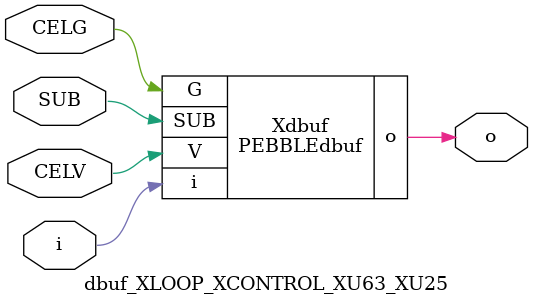
<source format=v>



module PEBBLEdbuf ( o, G, SUB, V, i );

  input V;
  input i;
  input G;
  output o;
  input SUB;
endmodule

//Celera Confidential Do Not Copy dbuf_XLOOP_XCONTROL_XU63_XU25
//Celera Confidential Symbol Generator
//Digital Buffer
module dbuf_XLOOP_XCONTROL_XU63_XU25 (CELV,CELG,i,o,SUB);
input CELV;
input CELG;
input i;
input SUB;
output o;

//Celera Confidential Do Not Copy dbuf
PEBBLEdbuf Xdbuf(
.V (CELV),
.i (i),
.o (o),
.SUB (SUB),
.G (CELG)
);
//,diesize,PEBBLEdbuf

//Celera Confidential Do Not Copy Module End
//Celera Schematic Generator
endmodule

</source>
